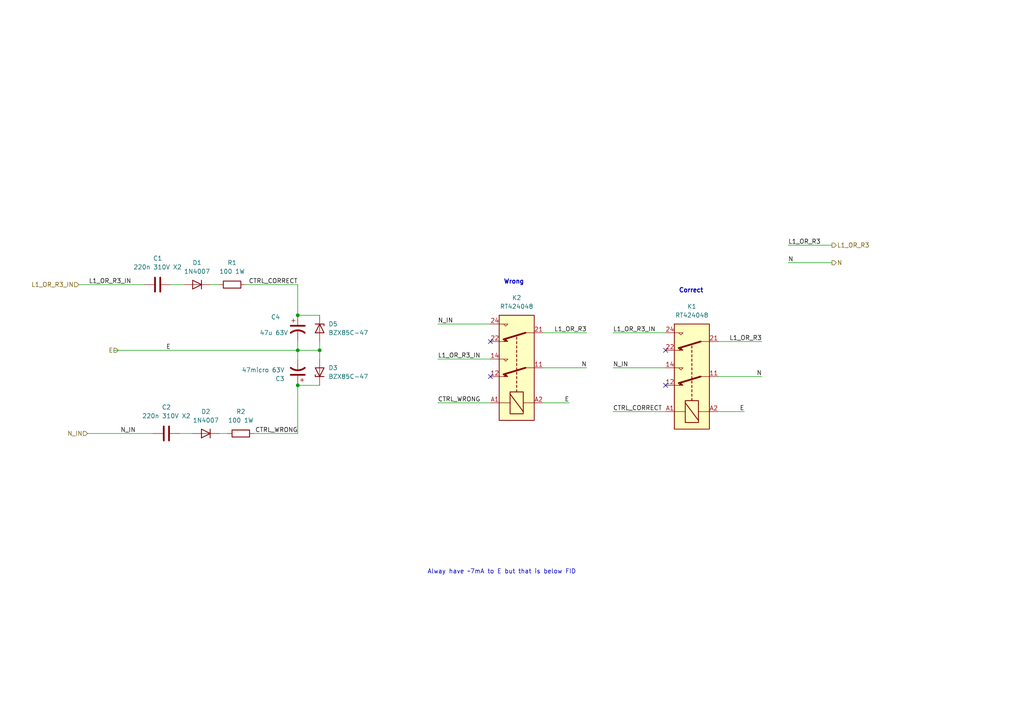
<source format=kicad_sch>
(kicad_sch (version 20231120) (generator "eeschema") (generator_version "8.0")
  (paper "A4")
  (lib_symbols
    (symbol "Device:C" (pin_numbers hide) (pin_names (offset 0.254))
      (property "Reference" "C" (at 0.635 2.54 0))
      (property "Value" "C" (at 0.635 -2.54 0))
      (symbol "C_0_1"
        (polyline (pts (xy -2.032 -0.762) (xy 2.032 -0.762)) (stroke (width 0.508)))
        (polyline (pts (xy -2.032 0.762) (xy 2.032 0.762)) (stroke (width 0.508)))
      )
      (symbol "C_1_1"
        (pin passive line (at 0 3.81 270) (length 2.794) (name "~") (number "1"))
        (pin passive line (at 0 -3.81 90) (length 2.794) (name "~") (number "2"))
      )
    )
    (symbol "Device:C_Polarized_US" (pin_numbers hide) (pin_names (offset 0.254) hide)
      (property "Reference" "C" (at 0.635 2.54 0))
      (property "Value" "C_Polarized_US" (at 0.635 -2.54 0))
      (symbol "C_Polarized_US_0_1"
        (polyline (pts (xy -2.032 0.762) (xy 2.032 0.762)) (stroke (width 0.508)))
        (polyline (pts (xy -1.778 2.286) (xy -0.762 2.286)))
        (polyline (pts (xy -1.27 1.778) (xy -1.27 2.794)))
        (arc (start 2.032 -1.27) (mid 0 -0.5572) (end -2.032 -1.27) (stroke (width 0.508)))
      )
      (symbol "C_Polarized_US_1_1"
        (pin passive line (at 0 3.81 270) (length 2.794) (name "~") (number "1"))
        (pin passive line (at 0 -3.81 90) (length 3.302) (name "~") (number "2"))
      )
    )
    (symbol "Device:R" (pin_numbers hide) (pin_names (offset 0))
      (property "Reference" "R" (at 2.032 0 90))
      (property "Value" "R" (at 0 0 90))
      (symbol "R_0_1"
        (rectangle (start -1.016 -2.54) (end 1.016 2.54) (stroke (width 0.254)))
      )
      (symbol "R_1_1"
        (pin passive line (at 0 3.81 270) (length 1.27) (name "~") (number "1"))
        (pin passive line (at 0 -3.81 90) (length 1.27) (name "~") (number "2"))
      )
    )
    (symbol "Diode:1N4007" (pin_numbers hide) (pin_names hide)
      (property "Reference" "D" (at 0 2.54 0))
      (property "Value" "1N4007" (at 0 -2.54 0))
      (symbol "1N4007_0_1"
        (polyline (pts (xy -1.27 1.27) (xy -1.27 -1.27)) (stroke (width 0.254)))
        (polyline (pts (xy 1.27 0) (xy -1.27 0)))
        (polyline (pts (xy 1.27 1.27) (xy 1.27 -1.27) (xy -1.27 0) (xy 1.27 1.27)) (stroke (width 0.254)))
      )
      (symbol "1N4007_1_1"
        (pin passive line (at -3.81 0 0) (length 2.54) (name "K") (number "1"))
        (pin passive line (at 3.81 0 180) (length 2.54) (name "A") (number "2"))
      )
    )
    (symbol "Diode:ZPYxx" (pin_numbers hide) (pin_names hide)
      (property "Reference" "D" (at 0 2.54 0))
      (property "Value" "ZPYxx" (at 0 -2.54 0))
      (symbol "ZPYxx_0_1"
        (polyline (pts (xy 1.27 0) (xy -1.27 0)))
        (polyline (pts (xy -1.27 -1.27) (xy -1.27 1.27) (xy -0.762 1.27)) (stroke (width 0.254)))
        (polyline (pts (xy 1.27 -1.27) (xy 1.27 1.27) (xy -1.27 0) (xy 1.27 -1.27)) (stroke (width 0.254)))
      )
      (symbol "ZPYxx_1_1"
        (pin passive line (at -3.81 0 0) (length 2.54) (name "K") (number "1"))
        (pin passive line (at 3.81 0 180) (length 2.54) (name "A") (number "2"))
      )
    )
    (symbol "Relay:RT42xxxx"
      (property "Reference" "K" (at 16.51 3.81 0))
      (property "Value" "RT42xxxx" (at 16.51 1.27 0))
      (symbol "RT42xxxx_0_1"
        (rectangle (start -15.24 5.08) (end 15.24 -5.08) (stroke (width 0.254)) (fill (type background)))
        (rectangle (start -13.335 1.905) (end -6.985 -1.905) (stroke (width 0.254)))
        (polyline (pts (xy -12.7 -1.905) (xy -7.62 1.905)) (stroke (width 0.254)))
        (polyline (pts (xy -10.16 -5.08) (xy -10.16 -1.905)))
        (polyline (pts (xy -10.16 5.08) (xy -10.16 1.905)))
        (polyline (pts (xy -6.985 0) (xy -6.35 0)) (stroke (width 0.254)))
        (polyline (pts (xy -5.715 0) (xy -5.08 0)) (stroke (width 0.254)))
        (polyline (pts (xy -4.445 0) (xy -3.81 0)) (stroke (width 0.254)))
        (polyline (pts (xy -3.175 0) (xy -2.54 0)) (stroke (width 0.254)))
        (polyline (pts (xy -1.905 0) (xy -1.27 0)) (stroke (width 0.254)))
        (polyline (pts (xy -0.635 0) (xy 0 0)) (stroke (width 0.254)))
        (polyline (pts (xy 0 -2.54) (xy -1.905 3.81)) (stroke (width 0.508)))
        (polyline (pts (xy 0 -2.54) (xy 0 -5.08)))
        (polyline (pts (xy 0.635 0) (xy 1.27 0)) (stroke (width 0.254)))
        (polyline (pts (xy 1.905 0) (xy 2.54 0)) (stroke (width 0.254)))
        (polyline (pts (xy 3.175 0) (xy 3.81 0)) (stroke (width 0.254)))
        (polyline (pts (xy 4.445 0) (xy 5.08 0)) (stroke (width 0.254)))
        (polyline (pts (xy 5.715 0) (xy 6.35 0)) (stroke (width 0.254)))
        (polyline (pts (xy 6.985 0) (xy 7.62 0)) (stroke (width 0.254)))
        (polyline (pts (xy 8.255 0) (xy 8.89 0)) (stroke (width 0.254)))
        (polyline (pts (xy 10.16 -2.54) (xy 8.255 3.81)) (stroke (width 0.508)))
        (polyline (pts (xy 10.16 -2.54) (xy 10.16 -5.08)))
        (polyline (pts (xy -2.54 5.08) (xy -2.54 2.54) (xy -1.905 3.175) (xy -2.54 3.81)) (fill (type outline)))
        (polyline (pts (xy 2.54 5.08) (xy 2.54 2.54) (xy 1.905 3.175) (xy 2.54 3.81)))
        (polyline (pts (xy 7.62 5.08) (xy 7.62 2.54) (xy 8.255 3.175) (xy 7.62 3.81)) (fill (type outline)))
        (polyline (pts (xy 12.7 5.08) (xy 12.7 2.54) (xy 12.065 3.175) (xy 12.7 3.81)))
      )
      (symbol "RT42xxxx_1_1"
        (pin passive line (at 0 -7.62 90) (length 2.54) (name "~") (number "11"))
        (pin passive line (at -2.54 7.62 270) (length 2.54) (name "~") (number "12"))
        (pin passive line (at 2.54 7.62 270) (length 2.54) (name "~") (number "14"))
        (pin passive line (at 10.16 -7.62 90) (length 2.54) (name "~") (number "21"))
        (pin passive line (at 7.62 7.62 270) (length 2.54) (name "~") (number "22"))
        (pin passive line (at 12.7 7.62 270) (length 2.54) (name "~") (number "24"))
        (pin passive line (at -10.16 7.62 270) (length 2.54) (name "~") (number "A1"))
        (pin passive line (at -10.16 -7.62 90) (length 2.54) (name "~") (number "A2"))
      )
    )
  )
  (junction (at 86.36 101.6))
  (junction (at 86.36 111.76))
  (junction (at 92.71 101.6))
  (junction (at 86.36 91.44))
  (no_connect (at 142.24 99.06))
  (no_connect (at 193.04 111.76))
  (no_connect (at 142.24 109.22))
  (no_connect (at 193.04 101.6))
  (wire (pts (xy 127 104.14) (xy 142.24 104.14)))
  (wire (pts (xy 86.36 101.6) (xy 33.02 101.6)))
  (wire (pts (xy 170.18 96.52) (xy 157.48 96.52)))
  (wire (pts (xy 25.4 125.73) (xy 44.45 125.73)))
  (wire (pts (xy 22.86 82.55) (xy 41.91 82.55)))
  (wire (pts (xy 220.98 109.22) (xy 208.28 109.22)))
  (wire (pts (xy 86.36 99.06) (xy 86.36 101.6)))
  (wire (pts (xy 73.66 125.73) (xy 86.36 125.73)))
  (wire (pts (xy 86.36 111.76) (xy 86.36 125.73)))
  (wire (pts (xy 127 116.84) (xy 142.24 116.84)))
  (wire (pts (xy 177.8 96.52) (xy 193.04 96.52)))
  (wire (pts (xy 71.12 82.55) (xy 86.36 82.55)))
  (wire (pts (xy 63.5 125.73) (xy 66.04 125.73)))
  (wire (pts (xy 177.8 119.38) (xy 193.04 119.38)))
  (wire (pts (xy 86.36 82.55) (xy 86.36 91.44)))
  (wire (pts (xy 92.71 99.06) (xy 92.71 101.6)))
  (wire (pts (xy 165.1 116.84) (xy 157.48 116.84)))
  (wire (pts (xy 170.18 106.68) (xy 157.48 106.68)))
  (wire (pts (xy 49.53 82.55) (xy 53.34 82.55)))
  (wire (pts (xy 52.07 125.73) (xy 55.88 125.73)))
  (wire (pts (xy 220.98 99.06) (xy 208.28 99.06)))
  (wire (pts (xy 86.36 111.76) (xy 92.71 111.76)))
  (wire (pts (xy 177.8 106.68) (xy 193.04 106.68)))
  (wire (pts (xy 86.36 104.14) (xy 86.36 101.6)))
  (wire (pts (xy 86.36 91.44) (xy 92.71 91.44)))
  (wire (pts (xy 215.9 119.38) (xy 208.28 119.38)))
  (wire (pts (xy 63.5 82.55) (xy 60.96 82.55)))
  (wire (pts (xy 86.36 101.6) (xy 92.71 101.6)))
  (wire (pts (xy 228.6 71.12) (xy 241.3 71.12)))
  (wire (pts (xy 92.71 101.6) (xy 92.71 104.14)))
  (wire (pts (xy 228.6 76.2) (xy 241.3 76.2)))
  (wire (pts (xy 127 93.98) (xy 142.24 93.98)))
  (text "Alway have ~7mA to E but that is below FID" (at 123.952 166.624 0) (effects (font (size 1.27 1.27)) (justify left bottom)))
  (text "Wrong" (at 146.05 82.55 0) (effects (font (size 1.27 1.27) (bold yes)) (justify left bottom)))
  (text "Correct" (at 196.85 85.09 0) (effects (font (size 1.27 1.27) (bold yes)) (justify left bottom)))
  (label "E" (at 165.1 116.84 180))
  (label "N" (at 220.98 109.22 180))
  (label "L1_OR_R3_IN" (at 127 104.14 0))
  (label "CTRL_WRONG" (at 127 116.84 0))
  (label "L1_OR_R3" (at 220.98 99.06 180))
  (label "L1_OR_R3" (at 228.6 71.12 0))
  (label "E" (at 49.53 101.6 180))
  (label "L1_OR_R3_IN" (at 38.1 82.55 180))
  (label "CTRL_WRONG" (at 86.36 125.73 180))
  (label "CTRL_CORRECT" (at 177.8 119.38 0))
  (label "N_IN" (at 39.37 125.73 180))
  (label "L1_OR_R3" (at 170.18 96.52 180))
  (label "N" (at 228.6 76.2 0))
  (label "N_IN" (at 177.8 106.68 0))
  (label "N" (at 170.18 106.68 180))
  (label "L1_OR_R3_IN" (at 177.8 96.52 0))
  (label "N_IN" (at 127 93.98 0))
  (label "CTRL_CORRECT" (at 86.36 82.55 180))
  (label "E" (at 215.9 119.38 180))
  (hierarchical_label "L1_OR_R3_IN" (shape input) (at 22.86 82.55 180))
  (hierarchical_label "N" (shape output) (at 241.3 76.2 0))
  (hierarchical_label "N_IN" (shape input) (at 25.4 125.73 180))
  (hierarchical_label "L1_OR_R3" (shape output) (at 241.3 71.12 0))
  (hierarchical_label "E" (shape input) (at 34.29 101.6 180))
  (symbol (lib_id "Relay:RT42xxxx") (at 200.66 109.22 90) (unit 1)
    (property "Reference" "K1" (at 200.66 88.9 90))
    (property "Value" "RT424048" (at 200.66 91.44 90))
    (property "Footprint" "Relay_THT:Relay_DPDT_Schrack-RT2-FormC_RM5mm" (effects (hide yes)))
    (property "Datasheet" "http://www.te.com/commerce/DocumentDelivery/DDEController?Action=showdoc&DocId=Data+Sheet%7FRT2%7F1014%7Fpdf%7FEnglish%7FENG_DS_RT2_1014.pdf%7F6-1393243-3" (effects (hide yes)))
  )
  (symbol (lib_id "Diode:ZPYxx") (at 92.71 95.25 270) (unit 1)
    (property "Reference" "D5" (at 95.25 93.9799 90) (effects (justify left)))
    (property "Value" "BZX85C-47" (at 95.25 96.5199 90) (effects (justify left)))
    (property "Footprint" "Diode_THT:D_DO-41_SOD81_P2.54mm_Vertical_KathodeUp" (effects (hide yes)))
    (property "Datasheet" "http://www.vishay.com/docs/85790/zpy3v9.pdf" (effects (hide yes)))
    (property "Description" "1300mW Zener Diode, DO-41" (effects (hide yes)))
  )
  (symbol (lib_id "Device:R") (at 67.31 82.55 90) (unit 1)
    (property "Reference" "R1" (at 67.31 76.2 90))
    (property "Value" "100 1W" (at 67.31 78.74 90))
    (property "Footprint" "Resistor_THT:R_Axial_DIN0309_L9.0mm_D3.2mm_P12.70mm_Horizontal" (effects (hide yes)))
    (property "Description" "Resistor" (effects (hide yes)))
  )
  (symbol (lib_id "Relay:RT42xxxx") (at 149.86 106.68 90) (unit 1)
    (property "Reference" "K2" (at 149.86 86.36 90))
    (property "Value" "RT424048" (at 149.86 88.9 90))
    (property "Footprint" "Relay_THT:Relay_DPDT_Schrack-RT2-FormC_RM5mm" (effects (hide yes)))
    (property "Datasheet" "http://www.te.com/commerce/DocumentDelivery/DDEController?Action=showdoc&DocId=Data+Sheet%7FRT2%7F1014%7Fpdf%7FEnglish%7FENG_DS_RT2_1014.pdf%7F6-1393243-3" (effects (hide yes)))
  )
  (symbol (lib_id "Diode:ZPYxx") (at 92.71 107.95 90) (unit 1)
    (property "Reference" "D3" (at 95.25 106.6799 90) (effects (justify right)))
    (property "Value" "BZX85C-47" (at 95.25 109.2199 90) (effects (justify right)))
    (property "Footprint" "Diode_THT:D_DO-41_SOD81_P2.54mm_Vertical_KathodeUp" (effects (hide yes)))
    (property "Datasheet" "http://www.vishay.com/docs/85790/zpy3v9.pdf" (effects (hide yes)))
    (property "Description" "1300mW Zener Diode, DO-41" (effects (hide yes)))
  )
  (symbol (lib_id "Device:C_Polarized_US") (at 86.36 107.95 180) (unit 1)
    (property "Reference" "C3" (at 82.55 109.8551 0) (effects (justify left)))
    (property "Value" "47micro 63V" (at 82.55 107.3151 0) (effects (justify left)))
    (property "Footprint" "Capacitor_THT:CP_Radial_D6.3mm_P2.50mm" (effects (hide yes)))
    (property "Description" "Polarized capacitor, US symbol" (effects (hide yes)))
  )
  (symbol (lib_id "Device:C_Polarized_US") (at 86.36 95.25 0) (unit 1)
    (property "Reference" "C4" (at 81.28 91.948 0) (effects (justify right)))
    (property "Value" "47u 63V" (at 83.566 96.52 0) (effects (justify right)))
    (property "Footprint" "Capacitor_THT:CP_Radial_D6.3mm_P2.50mm" (effects (hide yes)))
    (property "Description" "Polarized capacitor, US symbol" (effects (hide yes)))
  )
  (symbol (lib_id "Device:C") (at 48.26 125.73 90) (unit 1)
    (property "Reference" "C2" (at 48.26 118.11 90))
    (property "Value" "220n 310V X2" (at 48.26 120.65 90))
    (property "Footprint" "Capacitor_THT:C_Rect_L16.5mm_W8.7mm_P15.00mm_MKT" (effects (hide yes)))
    (property "Description" "Unpolarized capacitor" (effects (hide yes)))
  )
  (symbol (lib_id "Device:R") (at 69.85 125.73 90) (unit 1)
    (property "Reference" "R2" (at 69.85 119.38 90))
    (property "Value" "100 1W" (at 69.85 121.92 90))
    (property "Footprint" "Resistor_THT:R_Axial_DIN0309_L9.0mm_D3.2mm_P12.70mm_Horizontal" (effects (hide yes)))
    (property "Description" "Resistor" (effects (hide yes)))
  )
  (symbol (lib_id "Device:C") (at 45.72 82.55 90) (unit 1)
    (property "Reference" "C1" (at 45.72 74.93 90))
    (property "Value" "220n 310V X2" (at 45.72 77.47 90))
    (property "Footprint" "Capacitor_THT:C_Rect_L16.5mm_W8.7mm_P15.00mm_MKT" (effects (hide yes)))
    (property "Description" "Unpolarized capacitor" (effects (hide yes)))
  )
  (symbol (lib_id "Diode:1N4007") (at 59.69 125.73 180) (unit 1)
    (property "Reference" "D2" (at 59.69 119.38 0))
    (property "Value" "1N4007" (at 59.69 121.92 0))
    (property "Footprint" "Diode_THT:D_DO-41_SOD81_P7.62mm_Horizontal" (effects (hide yes)))
    (property "Datasheet" "http://www.vishay.com/docs/88503/1n4001.pdf" (effects (hide yes)))
    (property "Description" "1000V 1A General Purpose Rectifier Diode, DO-41" (effects (hide yes)))
  )
  (symbol (lib_id "Diode:1N4007") (at 57.15 82.55 180) (unit 1)
    (property "Reference" "D1" (at 57.15 76.2 0))
    (property "Value" "1N4007" (at 57.15 78.74 0))
    (property "Footprint" "Diode_THT:D_DO-41_SOD81_P7.62mm_Horizontal" (effects (hide yes)))
    (property "Datasheet" "http://www.vishay.com/docs/88503/1n4001.pdf" (effects (hide yes)))
    (property "Description" "1000V 1A General Purpose Rectifier Diode, DO-41" (effects (hide yes)))
  )
)
</source>
